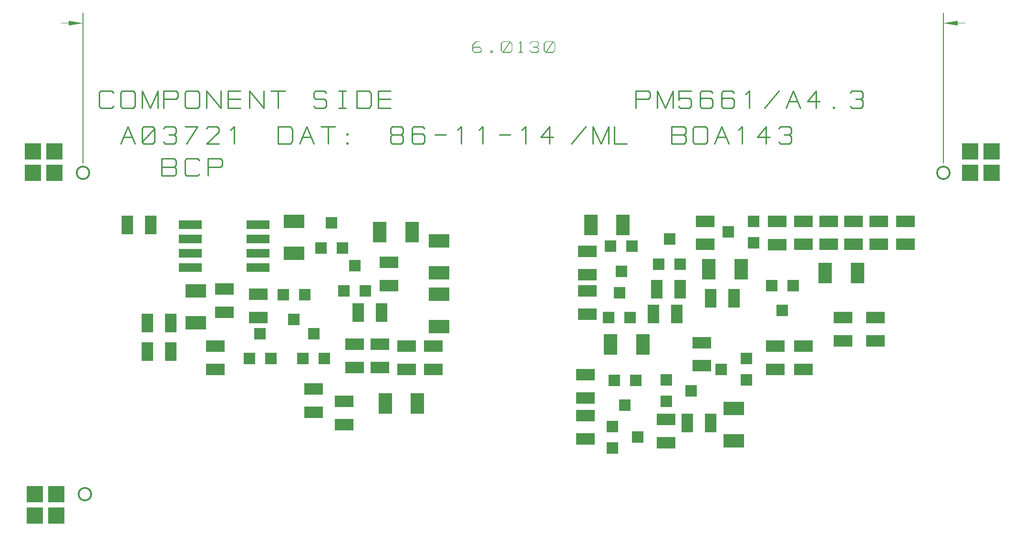
<source format=gbr>
*
%LPD*%
%LNStencil1*%
%FSLAX24Y24*%
%MOIN*%
%AD*%
%AMDimension20*
20,1,0.005000,-0.233793,0.324403,-0.258793,0.324403,0.000000*
1,1,0.005000,-0.233793,0.324403*
1,1,0.005000,-0.258793,0.324403*
20,1,0.005000,-0.258793,0.324403,-0.283793,0.299403,0.000000*
1,1,0.005000,-0.258793,0.324403*
1,1,0.005000,-0.283793,0.299403*
20,1,0.005000,-0.283793,0.299403,-0.283793,0.261903,0.000000*
1,1,0.005000,-0.283793,0.299403*
1,1,0.005000,-0.283793,0.261903*
20,1,0.005000,-0.283793,0.261903,-0.271293,0.249403,0.000000*
1,1,0.005000,-0.283793,0.261903*
1,1,0.005000,-0.271293,0.249403*
20,1,0.005000,-0.271293,0.249403,-0.233793,0.249403,0.000000*
1,1,0.005000,-0.271293,0.249403*
1,1,0.005000,-0.233793,0.249403*
20,1,0.005000,-0.233793,0.249403,-0.221293,0.261903,0.000000*
1,1,0.005000,-0.233793,0.249403*
1,1,0.005000,-0.221293,0.261903*
20,1,0.005000,-0.221293,0.261903,-0.221293,0.274403,0.000000*
1,1,0.005000,-0.221293,0.261903*
1,1,0.005000,-0.221293,0.274403*
20,1,0.005000,-0.221293,0.274403,-0.233793,0.286903,0.000000*
1,1,0.005000,-0.221293,0.274403*
1,1,0.005000,-0.233793,0.286903*
20,1,0.005000,-0.233793,0.286903,-0.271293,0.286903,0.000000*
1,1,0.005000,-0.233793,0.286903*
1,1,0.005000,-0.271293,0.286903*
20,1,0.005000,-0.271293,0.286903,-0.283793,0.274403,0.000000*
1,1,0.005000,-0.271293,0.286903*
1,1,0.005000,-0.283793,0.274403*
20,1,0.005000,-0.158793,0.261903,-0.146293,0.261903,0.000000*
1,1,0.005000,-0.158793,0.261903*
1,1,0.005000,-0.146293,0.261903*
20,1,0.005000,-0.146293,0.261903,-0.146293,0.249403,0.000000*
1,1,0.005000,-0.146293,0.261903*
1,1,0.005000,-0.146293,0.249403*
20,1,0.005000,-0.146293,0.249403,-0.158793,0.249403,0.000000*
1,1,0.005000,-0.146293,0.249403*
1,1,0.005000,-0.158793,0.249403*
20,1,0.005000,-0.158793,0.249403,-0.158793,0.261903,0.000000*
1,1,0.005000,-0.158793,0.249403*
1,1,0.005000,-0.158793,0.261903*
20,1,0.005000,-0.071293,0.324403,-0.021293,0.324403,0.000000*
1,1,0.005000,-0.071293,0.324403*
1,1,0.005000,-0.021293,0.324403*
20,1,0.005000,-0.021293,0.324403,-0.008793,0.311903,0.000000*
1,1,0.005000,-0.021293,0.324403*
1,1,0.005000,-0.008793,0.311903*
20,1,0.005000,-0.008793,0.311903,-0.008793,0.261903,0.000000*
1,1,0.005000,-0.008793,0.311903*
1,1,0.005000,-0.008793,0.261903*
20,1,0.005000,-0.008793,0.261903,-0.021293,0.249403,0.000000*
1,1,0.005000,-0.008793,0.261903*
1,1,0.005000,-0.021293,0.249403*
20,1,0.005000,-0.021293,0.249403,-0.071293,0.249403,0.000000*
1,1,0.005000,-0.021293,0.249403*
1,1,0.005000,-0.071293,0.249403*
20,1,0.005000,-0.071293,0.249403,-0.083793,0.261903,0.000000*
1,1,0.005000,-0.071293,0.249403*
1,1,0.005000,-0.083793,0.261903*
20,1,0.005000,-0.083793,0.261903,-0.083793,0.311903,0.000000*
1,1,0.005000,-0.083793,0.261903*
1,1,0.005000,-0.083793,0.311903*
20,1,0.005000,-0.083793,0.311903,-0.071293,0.324403,0.000000*
1,1,0.005000,-0.083793,0.311903*
1,1,0.005000,-0.071293,0.324403*
20,1,0.005000,-0.021293,0.324403,-0.071293,0.249403,0.000000*
1,1,0.005000,-0.021293,0.324403*
1,1,0.005000,-0.071293,0.249403*
20,1,0.005000,0.053707,0.324403,0.053707,0.249403,0.000000*
1,1,0.005000,0.053707,0.324403*
1,1,0.005000,0.053707,0.249403*
20,1,0.005000,0.041207,0.249403,0.066207,0.249403,0.000000*
1,1,0.005000,0.041207,0.249403*
1,1,0.005000,0.066207,0.249403*
20,1,0.005000,0.053707,0.324403,0.041207,0.311903,0.000000*
1,1,0.005000,0.053707,0.324403*
1,1,0.005000,0.041207,0.311903*
20,1,0.005000,0.116207,0.311903,0.128707,0.324403,0.000000*
1,1,0.005000,0.116207,0.311903*
1,1,0.005000,0.128707,0.324403*
20,1,0.005000,0.128707,0.324403,0.166207,0.324403,0.000000*
1,1,0.005000,0.128707,0.324403*
1,1,0.005000,0.166207,0.324403*
20,1,0.005000,0.166207,0.324403,0.178707,0.311903,0.000000*
1,1,0.005000,0.166207,0.324403*
1,1,0.005000,0.178707,0.311903*
20,1,0.005000,0.178707,0.311903,0.178707,0.299403,0.000000*
1,1,0.005000,0.178707,0.311903*
1,1,0.005000,0.178707,0.299403*
20,1,0.005000,0.178707,0.299403,0.166207,0.286903,0.000000*
1,1,0.005000,0.178707,0.299403*
1,1,0.005000,0.166207,0.286903*
20,1,0.005000,0.166207,0.286903,0.141207,0.286903,0.000000*
1,1,0.005000,0.166207,0.286903*
1,1,0.005000,0.141207,0.286903*
20,1,0.005000,0.166207,0.286903,0.178707,0.274403,0.000000*
1,1,0.005000,0.166207,0.286903*
1,1,0.005000,0.178707,0.274403*
20,1,0.005000,0.178707,0.274403,0.178707,0.261903,0.000000*
1,1,0.005000,0.178707,0.274403*
1,1,0.005000,0.178707,0.261903*
20,1,0.005000,0.178707,0.261903,0.166207,0.249403,0.000000*
1,1,0.005000,0.178707,0.261903*
1,1,0.005000,0.166207,0.249403*
20,1,0.005000,0.166207,0.249403,0.128707,0.249403,0.000000*
1,1,0.005000,0.166207,0.249403*
1,1,0.005000,0.128707,0.249403*
20,1,0.005000,0.128707,0.249403,0.116207,0.261903,0.000000*
1,1,0.005000,0.128707,0.249403*
1,1,0.005000,0.116207,0.261903*
20,1,0.005000,0.228707,0.324403,0.278707,0.324403,0.000000*
1,1,0.005000,0.228707,0.324403*
1,1,0.005000,0.278707,0.324403*
20,1,0.005000,0.278707,0.324403,0.291207,0.311903,0.000000*
1,1,0.005000,0.278707,0.324403*
1,1,0.005000,0.291207,0.311903*
20,1,0.005000,0.291207,0.311903,0.291207,0.261903,0.000000*
1,1,0.005000,0.291207,0.311903*
1,1,0.005000,0.291207,0.261903*
20,1,0.005000,0.291207,0.261903,0.278707,0.249403,0.000000*
1,1,0.005000,0.291207,0.261903*
1,1,0.005000,0.278707,0.249403*
20,1,0.005000,0.278707,0.249403,0.228707,0.249403,0.000000*
1,1,0.005000,0.278707,0.249403*
1,1,0.005000,0.228707,0.249403*
20,1,0.005000,0.228707,0.249403,0.216207,0.261903,0.000000*
1,1,0.005000,0.228707,0.249403*
1,1,0.005000,0.216207,0.261903*
20,1,0.005000,0.216207,0.261903,0.216207,0.311903,0.000000*
1,1,0.005000,0.216207,0.261903*
1,1,0.005000,0.216207,0.311903*
20,1,0.005000,0.216207,0.311903,0.228707,0.324403,0.000000*
1,1,0.005000,0.216207,0.311903*
1,1,0.005000,0.228707,0.324403*
20,1,0.005000,0.278707,0.324403,0.228707,0.249403,0.000000*
1,1,0.005000,0.278707,0.324403*
1,1,0.005000,0.228707,0.249403*
20,1,0.005000,-3.006500,-0.524403,-3.006500,0.524403,0.000000*
1,1,0.005000,-3.006500,-0.524403*
1,1,0.005000,-3.006500,0.524403*
20,1,0.005000,3.006500,-0.524403,3.006500,0.524403,0.000000*
1,1,0.005000,3.006500,-0.524403*
1,1,0.005000,3.006500,0.524403*
4,1,3.000000,-3.006500,0.454403,-3.105140,0.437967,-3.105140,0.470839,-3.006500,0.454403,0.000000*
20,1,0.005000,-3.105140,0.454403,-3.156500,0.454403,0.000000*
1,1,0.005000,-3.105140,0.454403*
1,1,0.005000,-3.156500,0.454403*
4,1,3.000000,3.006500,0.454403,3.105140,0.470839,3.105140,0.437967,3.006500,0.454403,0.000000*
20,1,0.005000,3.105140,0.454403,3.156500,0.454403,0.000000*
1,1,0.005000,3.105140,0.454403*
1,1,0.005000,3.156500,0.454403*
%
%ADD10C,0.010000*%
%ADD12Dimension20*%
%ADD18R,0.060000X0.060000*%
%ADD33R,0.080000X0.080000*%
%ADD96R,0.118000X0.118000*%
%ADD97R,0.094000X0.094000*%
%ADD99C,0.100000X0.075000*%
D18*
X57000Y102500D3*
X57500Y103500D3*
X57500Y104500D3*
X57500Y105500D3*
X57000Y105500D3*
X58000Y105500D3*
X58000Y104500D3*
X57000Y104500D3*
X57000Y103500D3*
X57500Y102500D3*
X58000Y103500D3*
X58000Y102500D3*
X61750Y102500D3*
X62250Y102500D3*
X62250Y103500D3*
X62250Y104500D3*
X62250Y105500D3*
X61750Y104500D3*
X61750Y103500D3*
X62750Y103500D3*
X62750Y102500D3*
X62750Y104500D3*
X62750Y105500D3*
X61750Y105500D3*
D33*
X62000Y100630D3*
X62500Y100630D3*
X64000Y100620D3*
X65500Y100620D3*
X64750Y98870D3*
X66130Y97880D3*
X66880Y96130D3*
X65380Y96130D3*
X63130Y96130D3*
X61630Y96130D3*
X62380Y97880D3*
X62000Y99000D3*
X62500Y99000D3*
X60130Y99370D3*
X59630Y99370D3*
X59630Y101000D3*
X60130Y101000D3*
X59510Y97000D3*
X59510Y95370D3*
X59010Y95370D3*
X59010Y97000D3*
X56130Y96870D3*
X56130Y98370D3*
X54500Y98370D3*
X54500Y98870D3*
X56130Y98870D3*
X56130Y96370D3*
X54500Y96370D3*
X54500Y96870D3*
X54750Y105250D3*
X53120Y105250D3*
X53120Y105750D3*
X54750Y105750D3*
X67380Y105630D3*
X68130Y103880D3*
X66630Y103880D3*
X69000Y102630D3*
X71130Y102880D3*
X71130Y101250D3*
X69750Y100880D3*
X68250Y100880D3*
X69250Y99620D3*
X69250Y99120D3*
X70880Y99120D3*
X70880Y99620D3*
X71630Y101250D3*
X71630Y102880D3*
X71000Y97130D3*
X69250Y97130D3*
X68750Y97130D3*
X68750Y95500D3*
X69250Y95500D3*
X70500Y95500D3*
X70500Y97130D3*
X72370Y97010D3*
X72870Y97010D3*
X72870Y95380D3*
X72370Y95380D3*
X71000Y95500D3*
X74250Y95380D3*
X74250Y97010D3*
X74750Y97010D3*
X74750Y95380D3*
X68500Y93130D3*
X68000Y93130D3*
X68000Y91500D3*
X68500Y91500D3*
X66370Y92380D3*
X66370Y94010D3*
X65870Y94010D3*
X65870Y92380D3*
X84870Y92130D3*
X85370Y92130D3*
X85370Y90500D3*
X84870Y90500D3*
X87010Y89880D3*
X87010Y91380D3*
X87880Y92870D3*
X88630Y94620D3*
X87130Y94620D3*
X85370Y95010D3*
X84870Y95010D3*
X84870Y93380D3*
X85370Y93380D3*
X90760Y93130D3*
X90760Y94630D3*
X92510Y93880D3*
X93000Y95630D3*
X94620Y95380D3*
X93500Y95630D3*
X93500Y97260D3*
X93000Y97260D3*
X91500Y99000D3*
X89870Y99000D3*
X88250Y99010D3*
X86750Y99010D3*
X85500Y99250D3*
X85500Y100880D3*
X85000Y102000D3*
X85000Y103630D3*
X85500Y103630D3*
X86880Y104000D3*
X88380Y104000D3*
X87630Y102250D3*
X87500Y100760D3*
X85000Y100880D3*
X85500Y102000D3*
X85000Y99250D3*
X89870Y99500D3*
X91500Y99500D3*
X91750Y100750D3*
X90120Y100750D3*
X90120Y101250D3*
X90250Y102760D3*
X91750Y102760D3*
X91750Y101250D3*
X93870Y100620D3*
X93870Y100120D3*
X95500Y100120D3*
X95500Y100620D3*
X98130Y101250D3*
X99630Y101250D3*
X98880Y99500D3*
X98630Y97000D3*
X98630Y95370D3*
X98130Y95370D3*
X98130Y97000D3*
X100120Y97010D3*
X100620Y97010D3*
X100620Y95380D3*
X100120Y95380D3*
X96370Y96130D3*
X96370Y94630D3*
X93880Y91870D3*
X92250Y91870D3*
X92250Y91370D3*
X93880Y91370D3*
X91000Y91880D3*
X90500Y91880D3*
X90500Y90250D3*
X91000Y90250D3*
X88760Y90630D3*
X91000Y104510D3*
X93250Y104130D3*
X93250Y105760D3*
X93750Y105760D3*
X93750Y104130D3*
X95120Y105000D3*
X96870Y105750D3*
X96870Y104250D3*
X98260Y104120D3*
X98760Y104120D3*
X98760Y105750D3*
X98260Y105750D3*
X100120Y105760D3*
X100620Y105760D3*
X100620Y104130D3*
X100120Y104130D3*
X101870Y104130D3*
X103620Y104130D3*
X103620Y105760D3*
X104120Y105760D3*
X104120Y104130D3*
X105370Y104130D3*
X105370Y105760D3*
X105870Y105760D3*
X105870Y104130D3*
X107250Y104130D3*
X107250Y105760D3*
X107750Y105760D3*
X107750Y104130D3*
X102370Y104130D3*
X102370Y105760D3*
X101870Y105760D3*
X102880Y99000D3*
X102880Y97370D3*
X103380Y97370D3*
X103380Y99000D3*
X105130Y99000D3*
X105130Y97370D3*
X105630Y97370D3*
X105630Y99000D3*
D97*
X104130Y101880D3*
X104130Y102380D3*
X101880Y102380D3*
X101880Y101880D3*
X96000Y102130D3*
X96000Y102630D3*
X93750Y102630D3*
X93750Y102130D3*
X87750Y105250D3*
X87750Y105750D3*
X85500Y105750D3*
X85500Y105250D3*
X86880Y97380D3*
X86880Y96880D3*
X89130Y96880D3*
X89130Y97380D3*
X95250Y92630D3*
X95750Y92630D3*
X95750Y90380D3*
X95250Y90380D3*
X73380Y92750D3*
X73380Y93250D3*
X71130Y93250D3*
X71130Y92750D3*
X74630Y98380D3*
X75130Y98380D3*
X75130Y100630D3*
X75130Y102130D3*
X74630Y102130D3*
X74630Y100630D3*
X74630Y104380D3*
X75130Y104380D3*
X73000Y104750D3*
X73000Y105250D3*
X70750Y105250D3*
X70750Y104750D3*
X65000Y105750D3*
X64500Y105750D3*
X64500Y103500D3*
X65000Y103500D3*
X58130Y100880D3*
X57630Y100880D3*
X57630Y98630D3*
X58130Y98630D3*
D99*
X50000Y109130D3*
X50130Y86630D3*
X110130Y109130D3*
D96*
X112000Y109130D3*
X112000Y110630D3*
X113500Y110630D3*
X113500Y109130D3*
X48000Y109130D3*
X46500Y109130D3*
X46500Y110630D3*
X48000Y110630D3*
X48130Y86630D3*
X46630Y86630D3*
X46630Y85130D3*
X48130Y85130D3*
X52130Y113810D2*
D10*
X52000Y113690D1*
X51250Y113690D1*
X51130Y113810D1*
X51130Y114750D1*
X51250Y114880D1*
X52000Y114880D1*
X52130Y114750D1*
X53630Y113810D2*
X53500Y113690D1*
X52750Y113690D1*
X52630Y113810D1*
X52630Y114750D1*
X52750Y114880D1*
X53500Y114880D1*
X53630Y114750D1*
X53630Y113810D1*
X54130Y113690D2*
X54130Y114880D1*
X54690Y113690D1*
X55250Y114880D1*
X55250Y113690D1*
X55630Y113690D2*
X55630Y114880D1*
X56500Y114880D1*
X56630Y114750D1*
X56630Y114440D1*
X56500Y114310D1*
X55630Y114310D1*
X58130Y113810D2*
X58000Y113690D1*
X57250Y113690D1*
X57130Y113810D1*
X57130Y114750D1*
X57250Y114880D1*
X58000Y114880D1*
X58130Y114750D1*
X58130Y113810D1*
X58630Y113690D2*
X58630Y114880D1*
X59630Y113690D1*
X59630Y114880D1*
X61000Y113690D2*
X60130Y113690D1*
X60130Y114880D1*
X61000Y114880D1*
X61000Y114310D2*
X60130Y114310D1*
X61630Y113690D2*
X61630Y114880D1*
X62630Y113690D1*
X62630Y114880D1*
X63130Y114880D2*
X64130Y114880D1*
X63630Y114880D2*
X63630Y113690D1*
X66130Y113810D2*
X66250Y113690D1*
X66880Y113690D1*
X67000Y113810D1*
X67000Y114190D1*
X66880Y114310D1*
X66250Y114310D1*
X66130Y114440D1*
X66130Y114750D1*
X66250Y114880D1*
X66880Y114880D1*
X67000Y114750D1*
X68130Y113690D2*
X68130Y114880D1*
X67880Y113690D2*
X68380Y113690D1*
X67880Y114880D2*
X68380Y114880D1*
X69130Y113690D2*
X69130Y114880D1*
X70000Y114880D1*
X70130Y114690D1*
X70130Y113880D1*
X70000Y113690D1*
X69130Y113690D1*
X71500Y113690D2*
X70630Y113690D1*
X70630Y114880D1*
X71500Y114880D1*
X71500Y114310D2*
X70630Y114310D1*
X63630Y111190D2*
X63630Y112380D1*
X64500Y112380D1*
X64630Y112190D1*
X64630Y111380D1*
X64500Y111190D1*
X63630Y111190D1*
X65130Y111190D2*
X65630Y112380D1*
X66130Y111190D1*
X65310Y111630D2*
X65940Y111630D1*
X66630Y112380D2*
X67630Y112380D1*
X67130Y112380D2*
X67130Y111190D1*
X68500Y111190D2*
X68440Y111190D1*
X68440Y111250D1*
X68500Y111250D1*
X68500Y111190D1*
X68500Y111810D2*
X68440Y111810D1*
X68440Y111880D1*
X68500Y111880D1*
X68500Y111810D1*
X84130Y111190D2*
X85130Y112380D1*
X85630Y111190D2*
X85630Y112380D1*
X86190Y111190D1*
X86750Y112380D1*
X86750Y111190D1*
X88000Y111190D2*
X87130Y111190D1*
X87130Y112380D1*
X91130Y111190D2*
X91130Y112380D1*
X92000Y112380D1*
X92130Y112250D1*
X92130Y111940D1*
X92000Y111810D1*
X91130Y111810D2*
X92000Y111810D1*
X92130Y111690D1*
X92130Y111310D1*
X92000Y111190D1*
X91130Y111190D1*
X93630Y111310D2*
X93500Y111190D1*
X92750Y111190D1*
X92630Y111310D1*
X92630Y112250D1*
X92750Y112380D1*
X93500Y112380D1*
X93630Y112250D1*
X93630Y111310D1*
X94130Y111190D2*
X94630Y112380D1*
X95130Y111190D1*
X94310Y111630D2*
X94940Y111630D1*
X96060Y111190D2*
X96060Y112380D1*
X95810Y112130D1*
X97750Y111190D2*
X97750Y112380D1*
X97130Y111630D1*
X98000Y111630D1*
X98630Y112250D2*
X98750Y112380D1*
X99380Y112380D1*
X99500Y112250D1*
X99500Y111940D1*
X99380Y111810D1*
X99000Y111810D1*
X99380Y111810D1*
X99500Y111690D1*
X99500Y111310D1*
X99380Y111190D1*
X98750Y111190D1*
X98630Y111310D1*
X52630Y111190D2*
X53130Y112380D1*
X53630Y111190D1*
X52810Y111630D2*
X53440Y111630D1*
X55500Y108940D2*
X55500Y110130D1*
X56370Y110130D1*
X56500Y110000D1*
X56500Y109690D1*
X56370Y109560D1*
X55500Y109560D2*
X56370Y109560D1*
X56500Y109440D1*
X56500Y109060D1*
X56370Y108940D1*
X55500Y108940D1*
X58130Y109060D2*
X58000Y108940D1*
X57250Y108940D1*
X57130Y109060D1*
X57130Y110000D1*
X57250Y110130D1*
X58000Y110130D1*
X58130Y110000D1*
X58750Y108940D2*
X58750Y110130D1*
X59620Y110130D1*
X59750Y110000D1*
X59750Y109690D1*
X59620Y109560D1*
X58750Y109560D1*
X55000Y111310D2*
X54880Y111190D1*
X54250Y111190D1*
X54130Y111310D1*
X54130Y112250D1*
X54250Y112380D1*
X54880Y112380D1*
X55000Y112250D1*
X55000Y111310D1*
X54130Y111310D2*
X55000Y112250D1*
X55630Y112250D2*
X55750Y112380D1*
X56380Y112380D1*
X56500Y112250D1*
X56500Y111940D1*
X56380Y111810D1*
X56000Y111810D1*
X56380Y111810D1*
X56500Y111690D1*
X56500Y111310D1*
X56380Y111190D1*
X55750Y111190D1*
X55630Y111310D1*
X57130Y112380D2*
X58000Y112380D1*
X57250Y111190D1*
X58630Y112250D2*
X58750Y112380D1*
X59380Y112380D1*
X59500Y112250D1*
X59500Y112000D1*
X59380Y111880D1*
X58630Y111190D1*
X59500Y111190D1*
X60560Y111190D2*
X60560Y112380D1*
X60310Y112130D1*
X88630Y113690D2*
X88630Y114880D1*
X89500Y114880D1*
X89630Y114750D1*
X89630Y114440D1*
X89500Y114310D1*
X88630Y114310D1*
X90130Y113690D2*
X90130Y114880D1*
X90690Y113690D1*
X91250Y114880D1*
X91250Y113690D1*
X91630Y113810D2*
X91750Y113690D1*
X92380Y113690D1*
X92500Y113810D1*
X92500Y114250D1*
X92380Y114380D1*
X91750Y114380D1*
X91630Y114250D1*
X91630Y114880D1*
X92500Y114880D1*
X93130Y114250D2*
X93250Y114380D1*
X93880Y114380D1*
X94000Y114250D1*
X94000Y113810D1*
X93880Y113690D1*
X93250Y113690D1*
X93130Y113810D1*
X93130Y114750D1*
X93250Y114880D1*
X93880Y114880D1*
X94000Y114750D1*
X94630Y114250D2*
X94750Y114380D1*
X95380Y114380D1*
X95500Y114250D1*
X95500Y113810D1*
X95380Y113690D1*
X94750Y113690D1*
X94630Y113810D1*
X94630Y114750D1*
X94750Y114880D1*
X95380Y114880D1*
X95500Y114750D1*
X96560Y113690D2*
X96560Y114880D1*
X96310Y114630D1*
X97630Y113690D2*
X98630Y114880D1*
X99130Y113690D2*
X99630Y114880D1*
X100130Y113690D1*
X99310Y114130D2*
X99940Y114130D1*
X101250Y113690D2*
X101250Y114880D1*
X100630Y114130D1*
X101500Y114130D1*
X102500Y113690D2*
X102440Y113690D1*
X102440Y113750D1*
X102500Y113750D1*
X102500Y113690D1*
X103630Y114750D2*
X103750Y114880D1*
X104380Y114880D1*
X104500Y114750D1*
X104500Y114440D1*
X104380Y114310D1*
X104000Y114310D1*
X104380Y114310D1*
X104500Y114190D1*
X104500Y113810D1*
X104380Y113690D1*
X103750Y113690D1*
X103630Y113810D1*
X71500Y111310D2*
X71500Y111690D1*
X71620Y111810D1*
X72250Y111810D1*
X72370Y111940D1*
X72370Y112250D1*
X72250Y112380D1*
X71620Y112380D1*
X71500Y112250D1*
X71500Y111940D1*
X71620Y111810D1*
X72250Y111810D1*
X72370Y111690D1*
X72370Y111310D1*
X72250Y111190D1*
X71620Y111190D1*
X71500Y111310D1*
X73000Y111750D2*
X73120Y111880D1*
X73750Y111880D1*
X73870Y111750D1*
X73870Y111310D1*
X73750Y111190D1*
X73120Y111190D1*
X73000Y111310D1*
X73000Y112250D1*
X73120Y112380D1*
X73750Y112380D1*
X73870Y112250D1*
X74620Y111810D2*
X75370Y111810D1*
X76430Y111190D2*
X76430Y112380D1*
X76180Y112130D1*
X77930Y111190D2*
X77930Y112380D1*
X77680Y112130D1*
X79120Y111810D2*
X79870Y111810D1*
X80930Y111190D2*
X80930Y112380D1*
X80680Y112130D1*
X82620Y111190D2*
X82620Y112380D1*
X82000Y111630D1*
X82870Y111630D1*
D12*
X80065Y115074D3*
M2*

</source>
